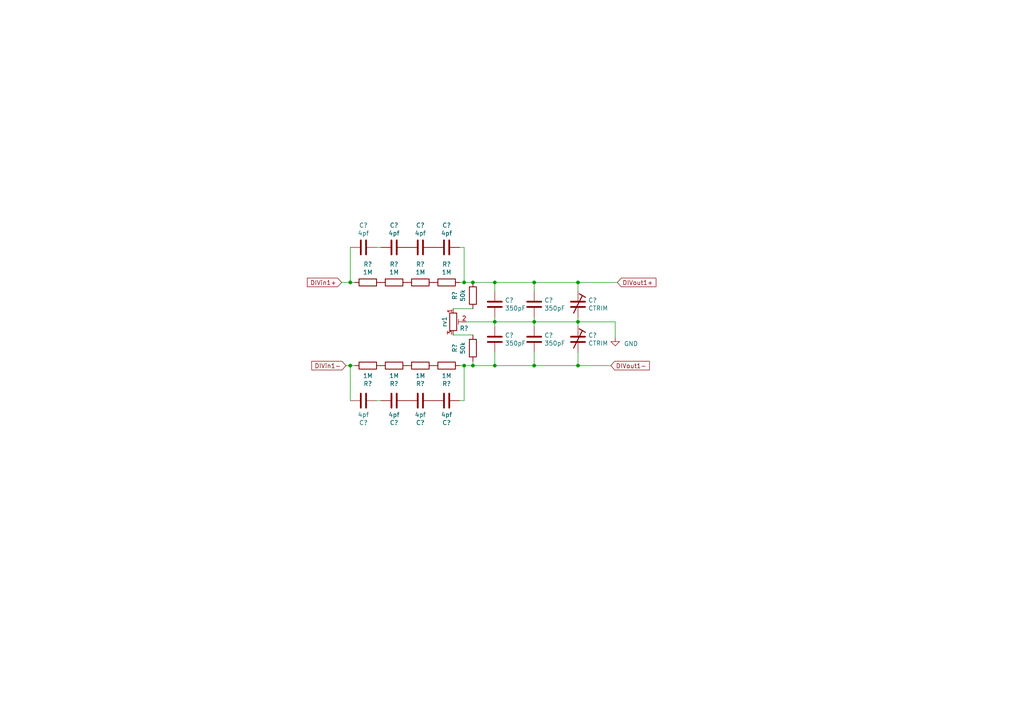
<source format=kicad_sch>
(kicad_sch (version 20211123) (generator eeschema)
  (paper "A4")
  (lib_symbols
    (symbol "Device:C" (pin_numbers hide) (pin_names (offset 0.254))
      (property "Reference" "C" (at 0.635 2.54 0))
      (property "Value" "C" (at 0.635 -2.54 0))
      (symbol "C_0_1"
        (polyline (pts (xy -2.032 -0.762) (xy 2.032 -0.762)) (stroke (width 0.508)))
        (polyline (pts (xy -2.032 0.762) (xy 2.032 0.762)) (stroke (width 0.508)))
      )
      (symbol "C_1_1"
        (pin passive line (at 0 3.81 270) (length 2.794) (name "~") (number "1"))
        (pin passive line (at 0 -3.81 90) (length 2.794) (name "~") (number "2"))
      )
    )
    (symbol "Device:R" (pin_numbers hide) (pin_names (offset 0))
      (property "Reference" "R" (at 2.032 0 90))
      (property "Value" "R" (at 0 0 90))
      (symbol "R_0_1"
        (rectangle (start -1.016 -2.54) (end 1.016 2.54) (stroke (width 0.254)))
      )
      (symbol "R_1_1"
        (pin passive line (at 0 3.81 270) (length 1.27) (name "~") (number "1"))
        (pin passive line (at 0 -3.81 90) (length 1.27) (name "~") (number "2"))
      )
    )
    (symbol "Device:R_Potentiometer_Trim" (pin_names (offset 1.016) hide)
      (property "Reference" "RV" (at -4.445 0 90))
      (property "Value" "R_Potentiometer_Trim" (at -2.54 0 90))
      (symbol "R_Potentiometer_Trim_0_1"
        (polyline (pts (xy 1.524 0.762) (xy 1.524 -0.762)))
        (polyline (pts (xy 2.54 0) (xy 1.524 0)))
        (rectangle (start 1.016 2.54) (end -1.016 -2.54) (stroke (width 0.254)))
      )
      (symbol "R_Potentiometer_Trim_1_1"
        (pin passive line (at 0 3.81 270) (length 1.27) (name "1") (number "1"))
        (pin passive line (at 3.81 0 180) (length 1.27) (name "2") (number "2"))
        (pin passive line (at 0 -3.81 90) (length 1.27) (name "3") (number "3"))
      )
    )
    (symbol "dad_bob-rescue:CTRIM-Device" (pin_numbers hide) (pin_names (offset 0.254) hide)
      (property "Reference" "C" (at 1.524 -2.032 0))
      (property "Value" "CTRIM-Device" (at 3.048 -3.556 0))
      (symbol "CTRIM-Device_0_1"
        (polyline (pts (xy -2.032 -0.762) (xy 2.032 -0.762)) (stroke (width 0.508)))
        (polyline (pts (xy -2.032 0.762) (xy 2.032 0.762)) (stroke (width 0.508)))
        (polyline (pts (xy 1.27 2.54) (xy -1.27 -2.54)) (stroke (width 0.3048)))
        (polyline (pts (xy 1.27 2.54) (xy 0.381 3.048)) (stroke (width 0.3048)))
        (polyline (pts (xy 1.27 2.54) (xy 2.159 2.032)) (stroke (width 0.3048)))
      )
      (symbol "CTRIM-Device_1_1"
        (pin passive line (at 0 3.81 270) (length 3.048) (name "~") (number "1"))
        (pin passive line (at 0 -3.81 90) (length 3.048) (name "~") (number "2"))
      )
    )
    (symbol "power:GND" (power) (pin_names (offset 0))
      (property "Value" "GND" (at 0 -3.81 0))
      (symbol "GND_0_1"
        (polyline (pts (xy 0 0) (xy 0 -1.27) (xy 1.27 -1.27) (xy 0 -2.54) (xy -1.27 -1.27) (xy 0 -1.27)))
      )
      (symbol "GND_1_1"
        (pin power_in line (at 0 0 270) (length 0) hide (name "GND") (number "1"))
      )
    )
  )
  (junction (at 167.64 106.045))
  (junction (at 137.16 81.915))
  (junction (at 154.94 81.915))
  (junction (at 101.6 81.915))
  (junction (at 137.16 106.045))
  (junction (at 134.62 106.045))
  (junction (at 143.51 106.045))
  (junction (at 143.51 93.345))
  (junction (at 154.94 106.045))
  (junction (at 143.51 81.915))
  (junction (at 101.6 106.045))
  (junction (at 134.62 81.915))
  (junction (at 154.94 93.345))
  (junction (at 167.64 81.915))
  (junction (at 167.64 93.345))
  (wire (pts (xy 134.62 116.205) (xy 134.62 106.045)))
  (wire (pts (xy 154.94 93.345) (xy 143.51 93.345)))
  (wire (pts (xy 101.6 81.915) (xy 102.87 81.915)))
  (wire (pts (xy 167.64 106.045) (xy 154.94 106.045)))
  (wire (pts (xy 99.06 81.915) (xy 101.6 81.915)))
  (wire (pts (xy 134.62 81.915) (xy 137.16 81.915)))
  (wire (pts (xy 134.62 71.755) (xy 133.35 71.755)))
  (wire (pts (xy 110.49 71.755) (xy 109.22 71.755)))
  (wire (pts (xy 143.51 81.915) (xy 154.94 81.915)))
  (wire (pts (xy 154.94 102.235) (xy 154.94 106.045)))
  (wire (pts (xy 131.445 97.155) (xy 137.16 97.155)))
  (wire (pts (xy 154.94 93.345) (xy 154.94 94.615)))
  (wire (pts (xy 143.51 84.455) (xy 143.51 81.915)))
  (wire (pts (xy 167.64 81.915) (xy 167.64 84.455)))
  (wire (pts (xy 109.22 116.205) (xy 110.49 116.205)))
  (wire (pts (xy 154.94 92.075) (xy 154.94 93.345)))
  (wire (pts (xy 179.07 81.915) (xy 167.64 81.915)))
  (wire (pts (xy 101.6 116.205) (xy 101.6 106.045)))
  (wire (pts (xy 167.64 81.915) (xy 154.94 81.915)))
  (wire (pts (xy 154.94 93.345) (xy 167.64 93.345)))
  (wire (pts (xy 178.435 97.79) (xy 178.435 93.345)))
  (wire (pts (xy 135.255 93.345) (xy 143.51 93.345)))
  (wire (pts (xy 133.35 116.205) (xy 134.62 116.205)))
  (wire (pts (xy 143.51 93.345) (xy 143.51 94.615)))
  (wire (pts (xy 134.62 106.045) (xy 133.35 106.045)))
  (wire (pts (xy 167.64 93.345) (xy 167.64 94.615)))
  (wire (pts (xy 131.445 89.535) (xy 137.16 89.535)))
  (wire (pts (xy 137.16 81.915) (xy 143.51 81.915)))
  (wire (pts (xy 101.6 71.755) (xy 101.6 81.915)))
  (wire (pts (xy 101.6 106.045) (xy 100.33 106.045)))
  (wire (pts (xy 134.62 81.915) (xy 133.35 81.915)))
  (wire (pts (xy 134.62 106.045) (xy 137.16 106.045)))
  (wire (pts (xy 167.64 106.045) (xy 177.165 106.045)))
  (wire (pts (xy 143.51 92.075) (xy 143.51 93.345)))
  (wire (pts (xy 137.16 106.045) (xy 143.51 106.045)))
  (wire (pts (xy 143.51 102.235) (xy 143.51 106.045)))
  (wire (pts (xy 167.64 92.075) (xy 167.64 93.345)))
  (wire (pts (xy 154.94 84.455) (xy 154.94 81.915)))
  (wire (pts (xy 134.62 81.915) (xy 134.62 71.755)))
  (wire (pts (xy 167.64 93.345) (xy 178.435 93.345)))
  (wire (pts (xy 101.6 106.045) (xy 102.87 106.045)))
  (wire (pts (xy 167.64 102.235) (xy 167.64 106.045)))
  (wire (pts (xy 137.16 104.775) (xy 137.16 106.045)))
  (wire (pts (xy 143.51 106.045) (xy 154.94 106.045)))
  (global_label "DIVout1+" (shape input) (at 179.07 81.915 0) (property "Intersheet References" "${INTERSHEET_REFS}" (effects hide)))
  (global_label "DIVin1-" (shape input) (at 100.33 106.045 180) (property "Intersheet References" "${INTERSHEET_REFS}" (effects hide)))
  (global_label "DIVout1-" (shape input) (at 177.165 106.045 0) (property "Intersheet References" "${INTERSHEET_REFS}" (effects hide)))
  (global_label "DIVin1+" (shape input) (at 99.06 81.915 180) (property "Intersheet References" "${INTERSHEET_REFS}" (effects hide)))
  (symbol (lib_id "Device:C") (at 154.94 98.425 180) (unit 1)
    (property "Reference" "C?" (at 157.861 97.2566 0) (effects (justify right)))
    (property "Value" "350pF" (at 157.861 99.568 0) (effects (justify right)))
    (property "Footprint" "Capacitor_SMD:C_0603_1608Metric_Pad1.08x0.95mm_HandSolder" (effects hide))
  )
  (symbol (lib_id "Device:C") (at 121.92 116.205 90) (unit 1)
    (property "Reference" "C?" (at 121.92 122.6058 90))
    (property "Value" "4pf" (at 121.92 120.2944 90))
    (property "Footprint" "Capacitor_SMD:C_0603_1608Metric_Pad1.08x0.95mm_HandSolder" (effects hide))
  )
  (symbol (lib_id "Device:C") (at 143.51 88.265 180) (unit 1)
    (property "Reference" "C?" (at 146.431 87.0966 0) (effects (justify right)))
    (property "Value" "350pF" (at 146.431 89.408 0) (effects (justify right)))
    (property "Footprint" "Capacitor_SMD:C_0603_1608Metric_Pad1.08x0.95mm_HandSolder" (effects hide))
  )
  (symbol (lib_id "Device:R") (at 121.92 106.045 270) (unit 1)
    (property "Reference" "R?" (at 121.92 111.3028 90))
    (property "Value" "1M" (at 121.92 108.9914 90))
    (property "Footprint" "Resistor_SMD:R_0603_1608Metric_Pad0.98x0.95mm_HandSolder" (effects hide))
  )
  (symbol (lib_id "Device:R") (at 106.68 81.915 90) (unit 1)
    (property "Reference" "R?" (at 106.68 76.6572 90))
    (property "Value" "1M" (at 106.68 78.9686 90))
    (property "Footprint" "Resistor_SMD:R_0603_1608Metric_Pad0.98x0.95mm_HandSolder" (effects hide))
  )
  (symbol (lib_id "Device:R") (at 106.68 106.045 270) (unit 1)
    (property "Reference" "R?" (at 106.68 111.3028 90))
    (property "Value" "1M" (at 106.68 108.9914 90))
    (property "Footprint" "Resistor_SMD:R_0603_1608Metric_Pad0.98x0.95mm_HandSolder" (effects hide))
  )
  (symbol (lib_id "Device:C") (at 105.41 116.205 90) (unit 1)
    (property "Reference" "C?" (at 105.41 122.6058 90))
    (property "Value" "4pf" (at 105.41 120.2944 90))
    (property "Footprint" "Capacitor_SMD:C_0603_1608Metric_Pad1.08x0.95mm_HandSolder" (effects hide))
  )
  (symbol (lib_id "Device:R") (at 114.3 81.915 90) (unit 1)
    (property "Reference" "R?" (at 114.3 76.6572 90))
    (property "Value" "1M" (at 114.3 78.9686 90))
    (property "Footprint" "Resistor_SMD:R_0603_1608Metric_Pad0.98x0.95mm_HandSolder" (effects hide))
  )
  (symbol (lib_id "Device:R") (at 121.92 81.915 90) (unit 1)
    (property "Reference" "R?" (at 121.92 76.6572 90))
    (property "Value" "1M" (at 121.92 78.9686 90))
    (property "Footprint" "Resistor_SMD:R_0603_1608Metric_Pad0.98x0.95mm_HandSolder" (effects hide))
  )
  (symbol (lib_id "Device:R") (at 129.54 81.915 90) (unit 1)
    (property "Reference" "R?" (at 129.54 76.6572 90))
    (property "Value" "1M" (at 129.54 78.9686 90))
    (property "Footprint" "Resistor_SMD:R_0603_1608Metric_Pad0.98x0.95mm_HandSolder" (effects hide))
  )
  (symbol (lib_id "Device:R") (at 129.54 106.045 270) (unit 1)
    (property "Reference" "R?" (at 129.54 111.3028 90))
    (property "Value" "1M" (at 129.54 108.9914 90))
    (property "Footprint" "Resistor_SMD:R_0603_1608Metric_Pad0.98x0.95mm_HandSolder" (effects hide))
  )
  (symbol (lib_id "Device:C") (at 154.94 88.265 180) (unit 1)
    (property "Reference" "C?" (at 157.861 87.0966 0) (effects (justify right)))
    (property "Value" "350pF" (at 157.861 89.408 0) (effects (justify right)))
    (property "Footprint" "Capacitor_SMD:C_0603_1608Metric_Pad1.08x0.95mm_HandSolder" (effects hide))
  )
  (symbol (lib_id "Device:C") (at 105.41 71.755 270) (unit 1)
    (property "Reference" "C?" (at 105.41 65.3542 90))
    (property "Value" "4pf" (at 105.41 67.6656 90))
    (property "Footprint" "Capacitor_SMD:C_0603_1608Metric_Pad1.08x0.95mm_HandSolder" (effects hide))
  )
  (symbol (lib_id "Device:C") (at 129.54 71.755 270) (unit 1)
    (property "Reference" "C?" (at 129.54 65.3542 90))
    (property "Value" "4pf" (at 129.54 67.6656 90))
    (property "Footprint" "Capacitor_SMD:C_0603_1608Metric_Pad1.08x0.95mm_HandSolder" (effects hide))
  )
  (symbol (lib_id "Device:C") (at 143.51 98.425 180) (unit 1)
    (property "Reference" "C?" (at 146.431 97.2566 0) (effects (justify right)))
    (property "Value" "350pF" (at 146.431 99.568 0) (effects (justify right)))
    (property "Footprint" "Capacitor_SMD:C_0603_1608Metric_Pad1.08x0.95mm_HandSolder" (effects hide))
  )
  (symbol (lib_id "Device:C") (at 121.92 71.755 270) (unit 1)
    (property "Reference" "C?" (at 121.92 65.3542 90))
    (property "Value" "4pf" (at 121.92 67.6656 90))
    (property "Footprint" "Capacitor_SMD:C_0603_1608Metric_Pad1.08x0.95mm_HandSolder" (effects hide))
  )
  (symbol (lib_id "Device:R_Potentiometer_Trim") (at 131.445 93.345 0) (unit 1)
    (property "Reference" "R?" (at 134.62 95.25 0))
    (property "Value" "rv1" (at 128.905 93.345 90))
    (property "Footprint" "Potentiometer_SMD:Potentiometer_Bourns_3314J_Vertical" (effects hide))
  )
  (symbol (lib_id "Device:R") (at 137.16 100.965 180) (unit 1)
    (property "Reference" "R?" (at 131.9022 100.965 90))
    (property "Value" "50k" (at 134.2136 100.965 90))
    (property "Footprint" "Resistor_SMD:R_0603_1608Metric_Pad0.98x0.95mm_HandSolder" (effects hide))
  )
  (symbol (lib_id "Device:C") (at 129.54 116.205 90) (unit 1)
    (property "Reference" "C?" (at 129.54 122.6058 90))
    (property "Value" "4pf" (at 129.54 120.2944 90))
    (property "Footprint" "Capacitor_SMD:C_0603_1608Metric_Pad1.08x0.95mm_HandSolder" (effects hide))
  )
  (symbol (lib_id "power:GND") (at 178.435 97.79 0) (mirror y) (unit 1)
    (property "Reference" "#PWR?" (effects hide))
    (property "Value" "GND" (at 180.975 99.695 0) (effects (justify right)))
  )
  (symbol (lib_id "Device:C") (at 114.3 71.755 270) (unit 1)
    (property "Reference" "C?" (at 114.3 65.3542 90))
    (property "Value" "4pf" (at 114.3 67.6656 90))
    (property "Footprint" "Capacitor_SMD:C_0603_1608Metric_Pad1.08x0.95mm_HandSolder" (effects hide))
  )
  (symbol (lib_id "Device:R") (at 114.3 106.045 270) (unit 1)
    (property "Reference" "R?" (at 114.3 111.3028 90))
    (property "Value" "1M" (at 114.3 108.9914 90))
    (property "Footprint" "Resistor_SMD:R_0603_1608Metric_Pad0.98x0.95mm_HandSolder" (effects hide))
  )
  (symbol (lib_id "Device:C") (at 114.3 116.205 90) (unit 1)
    (property "Reference" "C?" (at 114.3 122.6058 90))
    (property "Value" "4pf" (at 114.3 120.2944 90))
    (property "Footprint" "Capacitor_SMD:C_0603_1608Metric_Pad1.08x0.95mm_HandSolder" (effects hide))
  )
  (symbol (lib_id "dad_bob-rescue:CTRIM-Device") (at 167.64 88.265 0) (unit 1)
    (property "Reference" "C?" (at 170.5864 87.0966 0) (effects (justify left)))
    (property "Value" "CTRIM" (at 170.5864 89.408 0) (effects (justify left)))
    (property "Footprint" "Capacitor_SMD:C_Trimmer_Voltronics_JQ" (effects hide))
  )
  (symbol (lib_id "Device:R") (at 137.16 85.725 180) (unit 1)
    (property "Reference" "R?" (at 131.9022 85.725 90))
    (property "Value" "50k" (at 134.2136 85.725 90))
    (property "Footprint" "Resistor_SMD:R_0603_1608Metric_Pad0.98x0.95mm_HandSolder" (effects hide))
  )
  (symbol (lib_id "dad_bob-rescue:CTRIM-Device") (at 167.64 98.425 0) (unit 1)
    (property "Reference" "C?" (at 170.5864 97.2566 0) (effects (justify left)))
    (property "Value" "CTRIM" (at 170.5864 99.568 0) (effects (justify left)))
    (property "Footprint" "Capacitor_SMD:C_Trimmer_Voltronics_JQ" (effects hide))
  )
)
</source>
